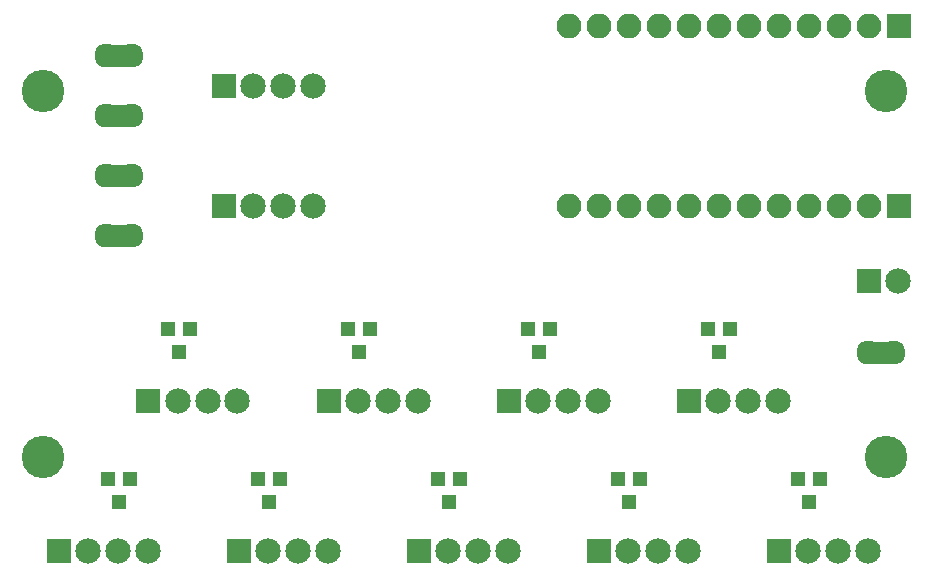
<source format=gbr>
G04 #@! TF.GenerationSoftware,KiCad,Pcbnew,(5.0.0)*
G04 #@! TF.CreationDate,2019-07-13T19:24:01-04:00*
G04 #@! TF.ProjectId,ProMicro-Breakout,50726F4D6963726F2D427265616B6F75,rev?*
G04 #@! TF.SameCoordinates,Original*
G04 #@! TF.FileFunction,Soldermask,Top*
G04 #@! TF.FilePolarity,Negative*
%FSLAX46Y46*%
G04 Gerber Fmt 4.6, Leading zero omitted, Abs format (unit mm)*
G04 Created by KiCad (PCBNEW (5.0.0)) date 07/13/19 19:24:01*
%MOMM*%
%LPD*%
G01*
G04 APERTURE LIST*
%ADD10C,0.500000*%
%ADD11C,0.100000*%
%ADD12R,1.400000X1.900000*%
%ADD13O,2.100000X2.100000*%
%ADD14R,2.100000X2.100000*%
%ADD15C,2.150000*%
%ADD16R,2.150000X2.150000*%
%ADD17C,3.600000*%
%ADD18R,1.200000X1.300000*%
G04 APERTURE END LIST*
D10*
G04 #@! TO.C,JP5*
X113000000Y-110490000D03*
D11*
G36*
X113589018Y-109543843D02*
X113626537Y-109555224D01*
X113661114Y-109573706D01*
X113691421Y-109598579D01*
X113716294Y-109628886D01*
X113734776Y-109663463D01*
X113746157Y-109700982D01*
X113750000Y-109740000D01*
X113750000Y-111240000D01*
X113746157Y-111279018D01*
X113734776Y-111316537D01*
X113716294Y-111351114D01*
X113691421Y-111381421D01*
X113661114Y-111406294D01*
X113626537Y-111424776D01*
X113589018Y-111436157D01*
X113550000Y-111440000D01*
X113000000Y-111440000D01*
X112993888Y-111439398D01*
X112975466Y-111439398D01*
X112955860Y-111438435D01*
X112907029Y-111433625D01*
X112887620Y-111430746D01*
X112839495Y-111421174D01*
X112820452Y-111416404D01*
X112773497Y-111402160D01*
X112755020Y-111395549D01*
X112709687Y-111376772D01*
X112691939Y-111368377D01*
X112648666Y-111345246D01*
X112631838Y-111335160D01*
X112591039Y-111307900D01*
X112575270Y-111296205D01*
X112537341Y-111265077D01*
X112522800Y-111251897D01*
X112488103Y-111217200D01*
X112474923Y-111202659D01*
X112443795Y-111164730D01*
X112432100Y-111148961D01*
X112404840Y-111108162D01*
X112394754Y-111091334D01*
X112371623Y-111048061D01*
X112363228Y-111030313D01*
X112344451Y-110984980D01*
X112337840Y-110966503D01*
X112323596Y-110919548D01*
X112318826Y-110900505D01*
X112309254Y-110852380D01*
X112306375Y-110832971D01*
X112301565Y-110784140D01*
X112300602Y-110764534D01*
X112300602Y-110746112D01*
X112300000Y-110740000D01*
X112300000Y-110240000D01*
X112300602Y-110233888D01*
X112300602Y-110215466D01*
X112301565Y-110195860D01*
X112306375Y-110147029D01*
X112309254Y-110127620D01*
X112318826Y-110079495D01*
X112323596Y-110060452D01*
X112337840Y-110013497D01*
X112344451Y-109995020D01*
X112363228Y-109949687D01*
X112371623Y-109931939D01*
X112394754Y-109888666D01*
X112404840Y-109871838D01*
X112432100Y-109831039D01*
X112443795Y-109815270D01*
X112474923Y-109777341D01*
X112488103Y-109762800D01*
X112522800Y-109728103D01*
X112537341Y-109714923D01*
X112575270Y-109683795D01*
X112591039Y-109672100D01*
X112631838Y-109644840D01*
X112648666Y-109634754D01*
X112691939Y-109611623D01*
X112709687Y-109603228D01*
X112755020Y-109584451D01*
X112773497Y-109577840D01*
X112820452Y-109563596D01*
X112839495Y-109558826D01*
X112887620Y-109549254D01*
X112907029Y-109546375D01*
X112955860Y-109541565D01*
X112975466Y-109540602D01*
X112993888Y-109540602D01*
X113000000Y-109540000D01*
X113550000Y-109540000D01*
X113589018Y-109543843D01*
X113589018Y-109543843D01*
G37*
D10*
X115600000Y-110490000D03*
D11*
G36*
X115606112Y-109540602D02*
X115624534Y-109540602D01*
X115644140Y-109541565D01*
X115692971Y-109546375D01*
X115712380Y-109549254D01*
X115760505Y-109558826D01*
X115779548Y-109563596D01*
X115826503Y-109577840D01*
X115844980Y-109584451D01*
X115890313Y-109603228D01*
X115908061Y-109611623D01*
X115951334Y-109634754D01*
X115968162Y-109644840D01*
X116008961Y-109672100D01*
X116024730Y-109683795D01*
X116062659Y-109714923D01*
X116077200Y-109728103D01*
X116111897Y-109762800D01*
X116125077Y-109777341D01*
X116156205Y-109815270D01*
X116167900Y-109831039D01*
X116195160Y-109871838D01*
X116205246Y-109888666D01*
X116228377Y-109931939D01*
X116236772Y-109949687D01*
X116255549Y-109995020D01*
X116262160Y-110013497D01*
X116276404Y-110060452D01*
X116281174Y-110079495D01*
X116290746Y-110127620D01*
X116293625Y-110147029D01*
X116298435Y-110195860D01*
X116299398Y-110215466D01*
X116299398Y-110233888D01*
X116300000Y-110240000D01*
X116300000Y-110740000D01*
X116299398Y-110746112D01*
X116299398Y-110764534D01*
X116298435Y-110784140D01*
X116293625Y-110832971D01*
X116290746Y-110852380D01*
X116281174Y-110900505D01*
X116276404Y-110919548D01*
X116262160Y-110966503D01*
X116255549Y-110984980D01*
X116236772Y-111030313D01*
X116228377Y-111048061D01*
X116205246Y-111091334D01*
X116195160Y-111108162D01*
X116167900Y-111148961D01*
X116156205Y-111164730D01*
X116125077Y-111202659D01*
X116111897Y-111217200D01*
X116077200Y-111251897D01*
X116062659Y-111265077D01*
X116024730Y-111296205D01*
X116008961Y-111307900D01*
X115968162Y-111335160D01*
X115951334Y-111345246D01*
X115908061Y-111368377D01*
X115890313Y-111376772D01*
X115844980Y-111395549D01*
X115826503Y-111402160D01*
X115779548Y-111416404D01*
X115760505Y-111421174D01*
X115712380Y-111430746D01*
X115692971Y-111433625D01*
X115644140Y-111438435D01*
X115624534Y-111439398D01*
X115606112Y-111439398D01*
X115600000Y-111440000D01*
X115050000Y-111440000D01*
X115010982Y-111436157D01*
X114973463Y-111424776D01*
X114938886Y-111406294D01*
X114908579Y-111381421D01*
X114883706Y-111351114D01*
X114865224Y-111316537D01*
X114853843Y-111279018D01*
X114850000Y-111240000D01*
X114850000Y-109740000D01*
X114853843Y-109700982D01*
X114865224Y-109663463D01*
X114883706Y-109628886D01*
X114908579Y-109598579D01*
X114938886Y-109573706D01*
X114973463Y-109555224D01*
X115010982Y-109543843D01*
X115050000Y-109540000D01*
X115600000Y-109540000D01*
X115606112Y-109540602D01*
X115606112Y-109540602D01*
G37*
D12*
X114300000Y-110490000D03*
G04 #@! TD*
D13*
G04 #@! TO.C,J7*
X152400000Y-92710000D03*
X154940000Y-92710000D03*
X157480000Y-92710000D03*
X160020000Y-92710000D03*
X162560000Y-92710000D03*
X165100000Y-92710000D03*
X167640000Y-92710000D03*
X170180000Y-92710000D03*
X172720000Y-92710000D03*
X175260000Y-92710000D03*
X177800000Y-92710000D03*
D14*
X180340000Y-92710000D03*
G04 #@! TD*
G04 #@! TO.C,J10*
X180340000Y-107950000D03*
D13*
X177800000Y-107950000D03*
X175260000Y-107950000D03*
X172720000Y-107950000D03*
X170180000Y-107950000D03*
X167640000Y-107950000D03*
X165100000Y-107950000D03*
X162560000Y-107950000D03*
X160020000Y-107950000D03*
X157480000Y-107950000D03*
X154940000Y-107950000D03*
X152400000Y-107950000D03*
G04 #@! TD*
D15*
G04 #@! TO.C,J13*
X180300000Y-114300000D03*
D16*
X177800000Y-114300000D03*
G04 #@! TD*
D15*
G04 #@! TO.C,J8*
X147200000Y-137160000D03*
X144700000Y-137160000D03*
X142200000Y-137160000D03*
D16*
X139700000Y-137160000D03*
G04 #@! TD*
D15*
G04 #@! TO.C,J2*
X130690000Y-107950000D03*
X128190000Y-107950000D03*
X125690000Y-107950000D03*
D16*
X123190000Y-107950000D03*
G04 #@! TD*
D15*
G04 #@! TO.C,J3*
X177680000Y-137160000D03*
X175180000Y-137160000D03*
X172680000Y-137160000D03*
D16*
X170180000Y-137160000D03*
G04 #@! TD*
G04 #@! TO.C,J4*
X162560000Y-124460000D03*
D15*
X165060000Y-124460000D03*
X167560000Y-124460000D03*
X170060000Y-124460000D03*
G04 #@! TD*
G04 #@! TO.C,J5*
X162440000Y-137160000D03*
X159940000Y-137160000D03*
X157440000Y-137160000D03*
D16*
X154940000Y-137160000D03*
G04 #@! TD*
G04 #@! TO.C,J9*
X132080000Y-124460000D03*
D15*
X134580000Y-124460000D03*
X137080000Y-124460000D03*
X139580000Y-124460000D03*
G04 #@! TD*
G04 #@! TO.C,J11*
X131960000Y-137160000D03*
X129460000Y-137160000D03*
X126960000Y-137160000D03*
D16*
X124460000Y-137160000D03*
G04 #@! TD*
G04 #@! TO.C,J12*
X116800000Y-124460000D03*
D15*
X119300000Y-124460000D03*
X121800000Y-124460000D03*
X124300000Y-124460000D03*
G04 #@! TD*
G04 #@! TO.C,J14*
X116720000Y-137160000D03*
X114220000Y-137160000D03*
X111720000Y-137160000D03*
D16*
X109220000Y-137160000D03*
G04 #@! TD*
G04 #@! TO.C,J1*
X123190000Y-97790000D03*
D15*
X125690000Y-97790000D03*
X128190000Y-97790000D03*
X130690000Y-97790000D03*
G04 #@! TD*
G04 #@! TO.C,J6*
X154820000Y-124460000D03*
X152320000Y-124460000D03*
X149820000Y-124460000D03*
D16*
X147320000Y-124460000D03*
G04 #@! TD*
D12*
G04 #@! TO.C,JP2*
X114300000Y-95250000D03*
D10*
X115600000Y-95250000D03*
D11*
G36*
X115606112Y-94300602D02*
X115624534Y-94300602D01*
X115644140Y-94301565D01*
X115692971Y-94306375D01*
X115712380Y-94309254D01*
X115760505Y-94318826D01*
X115779548Y-94323596D01*
X115826503Y-94337840D01*
X115844980Y-94344451D01*
X115890313Y-94363228D01*
X115908061Y-94371623D01*
X115951334Y-94394754D01*
X115968162Y-94404840D01*
X116008961Y-94432100D01*
X116024730Y-94443795D01*
X116062659Y-94474923D01*
X116077200Y-94488103D01*
X116111897Y-94522800D01*
X116125077Y-94537341D01*
X116156205Y-94575270D01*
X116167900Y-94591039D01*
X116195160Y-94631838D01*
X116205246Y-94648666D01*
X116228377Y-94691939D01*
X116236772Y-94709687D01*
X116255549Y-94755020D01*
X116262160Y-94773497D01*
X116276404Y-94820452D01*
X116281174Y-94839495D01*
X116290746Y-94887620D01*
X116293625Y-94907029D01*
X116298435Y-94955860D01*
X116299398Y-94975466D01*
X116299398Y-94993888D01*
X116300000Y-95000000D01*
X116300000Y-95500000D01*
X116299398Y-95506112D01*
X116299398Y-95524534D01*
X116298435Y-95544140D01*
X116293625Y-95592971D01*
X116290746Y-95612380D01*
X116281174Y-95660505D01*
X116276404Y-95679548D01*
X116262160Y-95726503D01*
X116255549Y-95744980D01*
X116236772Y-95790313D01*
X116228377Y-95808061D01*
X116205246Y-95851334D01*
X116195160Y-95868162D01*
X116167900Y-95908961D01*
X116156205Y-95924730D01*
X116125077Y-95962659D01*
X116111897Y-95977200D01*
X116077200Y-96011897D01*
X116062659Y-96025077D01*
X116024730Y-96056205D01*
X116008961Y-96067900D01*
X115968162Y-96095160D01*
X115951334Y-96105246D01*
X115908061Y-96128377D01*
X115890313Y-96136772D01*
X115844980Y-96155549D01*
X115826503Y-96162160D01*
X115779548Y-96176404D01*
X115760505Y-96181174D01*
X115712380Y-96190746D01*
X115692971Y-96193625D01*
X115644140Y-96198435D01*
X115624534Y-96199398D01*
X115606112Y-96199398D01*
X115600000Y-96200000D01*
X115050000Y-96200000D01*
X115010982Y-96196157D01*
X114973463Y-96184776D01*
X114938886Y-96166294D01*
X114908579Y-96141421D01*
X114883706Y-96111114D01*
X114865224Y-96076537D01*
X114853843Y-96039018D01*
X114850000Y-96000000D01*
X114850000Y-94500000D01*
X114853843Y-94460982D01*
X114865224Y-94423463D01*
X114883706Y-94388886D01*
X114908579Y-94358579D01*
X114938886Y-94333706D01*
X114973463Y-94315224D01*
X115010982Y-94303843D01*
X115050000Y-94300000D01*
X115600000Y-94300000D01*
X115606112Y-94300602D01*
X115606112Y-94300602D01*
G37*
D10*
X113000000Y-95250000D03*
D11*
G36*
X113589018Y-94303843D02*
X113626537Y-94315224D01*
X113661114Y-94333706D01*
X113691421Y-94358579D01*
X113716294Y-94388886D01*
X113734776Y-94423463D01*
X113746157Y-94460982D01*
X113750000Y-94500000D01*
X113750000Y-96000000D01*
X113746157Y-96039018D01*
X113734776Y-96076537D01*
X113716294Y-96111114D01*
X113691421Y-96141421D01*
X113661114Y-96166294D01*
X113626537Y-96184776D01*
X113589018Y-96196157D01*
X113550000Y-96200000D01*
X113000000Y-96200000D01*
X112993888Y-96199398D01*
X112975466Y-96199398D01*
X112955860Y-96198435D01*
X112907029Y-96193625D01*
X112887620Y-96190746D01*
X112839495Y-96181174D01*
X112820452Y-96176404D01*
X112773497Y-96162160D01*
X112755020Y-96155549D01*
X112709687Y-96136772D01*
X112691939Y-96128377D01*
X112648666Y-96105246D01*
X112631838Y-96095160D01*
X112591039Y-96067900D01*
X112575270Y-96056205D01*
X112537341Y-96025077D01*
X112522800Y-96011897D01*
X112488103Y-95977200D01*
X112474923Y-95962659D01*
X112443795Y-95924730D01*
X112432100Y-95908961D01*
X112404840Y-95868162D01*
X112394754Y-95851334D01*
X112371623Y-95808061D01*
X112363228Y-95790313D01*
X112344451Y-95744980D01*
X112337840Y-95726503D01*
X112323596Y-95679548D01*
X112318826Y-95660505D01*
X112309254Y-95612380D01*
X112306375Y-95592971D01*
X112301565Y-95544140D01*
X112300602Y-95524534D01*
X112300602Y-95506112D01*
X112300000Y-95500000D01*
X112300000Y-95000000D01*
X112300602Y-94993888D01*
X112300602Y-94975466D01*
X112301565Y-94955860D01*
X112306375Y-94907029D01*
X112309254Y-94887620D01*
X112318826Y-94839495D01*
X112323596Y-94820452D01*
X112337840Y-94773497D01*
X112344451Y-94755020D01*
X112363228Y-94709687D01*
X112371623Y-94691939D01*
X112394754Y-94648666D01*
X112404840Y-94631838D01*
X112432100Y-94591039D01*
X112443795Y-94575270D01*
X112474923Y-94537341D01*
X112488103Y-94522800D01*
X112522800Y-94488103D01*
X112537341Y-94474923D01*
X112575270Y-94443795D01*
X112591039Y-94432100D01*
X112631838Y-94404840D01*
X112648666Y-94394754D01*
X112691939Y-94371623D01*
X112709687Y-94363228D01*
X112755020Y-94344451D01*
X112773497Y-94337840D01*
X112820452Y-94323596D01*
X112839495Y-94318826D01*
X112887620Y-94309254D01*
X112907029Y-94306375D01*
X112955860Y-94301565D01*
X112975466Y-94300602D01*
X112993888Y-94300602D01*
X113000000Y-94300000D01*
X113550000Y-94300000D01*
X113589018Y-94303843D01*
X113589018Y-94303843D01*
G37*
G04 #@! TD*
D10*
G04 #@! TO.C,JP1*
X180116000Y-120396000D03*
D11*
G36*
X179526982Y-121342157D02*
X179489463Y-121330776D01*
X179454886Y-121312294D01*
X179424579Y-121287421D01*
X179399706Y-121257114D01*
X179381224Y-121222537D01*
X179369843Y-121185018D01*
X179366000Y-121146000D01*
X179366000Y-119646000D01*
X179369843Y-119606982D01*
X179381224Y-119569463D01*
X179399706Y-119534886D01*
X179424579Y-119504579D01*
X179454886Y-119479706D01*
X179489463Y-119461224D01*
X179526982Y-119449843D01*
X179566000Y-119446000D01*
X180116000Y-119446000D01*
X180122112Y-119446602D01*
X180140534Y-119446602D01*
X180160140Y-119447565D01*
X180208971Y-119452375D01*
X180228380Y-119455254D01*
X180276505Y-119464826D01*
X180295548Y-119469596D01*
X180342503Y-119483840D01*
X180360980Y-119490451D01*
X180406313Y-119509228D01*
X180424061Y-119517623D01*
X180467334Y-119540754D01*
X180484162Y-119550840D01*
X180524961Y-119578100D01*
X180540730Y-119589795D01*
X180578659Y-119620923D01*
X180593200Y-119634103D01*
X180627897Y-119668800D01*
X180641077Y-119683341D01*
X180672205Y-119721270D01*
X180683900Y-119737039D01*
X180711160Y-119777838D01*
X180721246Y-119794666D01*
X180744377Y-119837939D01*
X180752772Y-119855687D01*
X180771549Y-119901020D01*
X180778160Y-119919497D01*
X180792404Y-119966452D01*
X180797174Y-119985495D01*
X180806746Y-120033620D01*
X180809625Y-120053029D01*
X180814435Y-120101860D01*
X180815398Y-120121466D01*
X180815398Y-120139888D01*
X180816000Y-120146000D01*
X180816000Y-120646000D01*
X180815398Y-120652112D01*
X180815398Y-120670534D01*
X180814435Y-120690140D01*
X180809625Y-120738971D01*
X180806746Y-120758380D01*
X180797174Y-120806505D01*
X180792404Y-120825548D01*
X180778160Y-120872503D01*
X180771549Y-120890980D01*
X180752772Y-120936313D01*
X180744377Y-120954061D01*
X180721246Y-120997334D01*
X180711160Y-121014162D01*
X180683900Y-121054961D01*
X180672205Y-121070730D01*
X180641077Y-121108659D01*
X180627897Y-121123200D01*
X180593200Y-121157897D01*
X180578659Y-121171077D01*
X180540730Y-121202205D01*
X180524961Y-121213900D01*
X180484162Y-121241160D01*
X180467334Y-121251246D01*
X180424061Y-121274377D01*
X180406313Y-121282772D01*
X180360980Y-121301549D01*
X180342503Y-121308160D01*
X180295548Y-121322404D01*
X180276505Y-121327174D01*
X180228380Y-121336746D01*
X180208971Y-121339625D01*
X180160140Y-121344435D01*
X180140534Y-121345398D01*
X180122112Y-121345398D01*
X180116000Y-121346000D01*
X179566000Y-121346000D01*
X179526982Y-121342157D01*
X179526982Y-121342157D01*
G37*
D10*
X177516000Y-120396000D03*
D11*
G36*
X177509888Y-121345398D02*
X177491466Y-121345398D01*
X177471860Y-121344435D01*
X177423029Y-121339625D01*
X177403620Y-121336746D01*
X177355495Y-121327174D01*
X177336452Y-121322404D01*
X177289497Y-121308160D01*
X177271020Y-121301549D01*
X177225687Y-121282772D01*
X177207939Y-121274377D01*
X177164666Y-121251246D01*
X177147838Y-121241160D01*
X177107039Y-121213900D01*
X177091270Y-121202205D01*
X177053341Y-121171077D01*
X177038800Y-121157897D01*
X177004103Y-121123200D01*
X176990923Y-121108659D01*
X176959795Y-121070730D01*
X176948100Y-121054961D01*
X176920840Y-121014162D01*
X176910754Y-120997334D01*
X176887623Y-120954061D01*
X176879228Y-120936313D01*
X176860451Y-120890980D01*
X176853840Y-120872503D01*
X176839596Y-120825548D01*
X176834826Y-120806505D01*
X176825254Y-120758380D01*
X176822375Y-120738971D01*
X176817565Y-120690140D01*
X176816602Y-120670534D01*
X176816602Y-120652112D01*
X176816000Y-120646000D01*
X176816000Y-120146000D01*
X176816602Y-120139888D01*
X176816602Y-120121466D01*
X176817565Y-120101860D01*
X176822375Y-120053029D01*
X176825254Y-120033620D01*
X176834826Y-119985495D01*
X176839596Y-119966452D01*
X176853840Y-119919497D01*
X176860451Y-119901020D01*
X176879228Y-119855687D01*
X176887623Y-119837939D01*
X176910754Y-119794666D01*
X176920840Y-119777838D01*
X176948100Y-119737039D01*
X176959795Y-119721270D01*
X176990923Y-119683341D01*
X177004103Y-119668800D01*
X177038800Y-119634103D01*
X177053341Y-119620923D01*
X177091270Y-119589795D01*
X177107039Y-119578100D01*
X177147838Y-119550840D01*
X177164666Y-119540754D01*
X177207939Y-119517623D01*
X177225687Y-119509228D01*
X177271020Y-119490451D01*
X177289497Y-119483840D01*
X177336452Y-119469596D01*
X177355495Y-119464826D01*
X177403620Y-119455254D01*
X177423029Y-119452375D01*
X177471860Y-119447565D01*
X177491466Y-119446602D01*
X177509888Y-119446602D01*
X177516000Y-119446000D01*
X178066000Y-119446000D01*
X178105018Y-119449843D01*
X178142537Y-119461224D01*
X178177114Y-119479706D01*
X178207421Y-119504579D01*
X178232294Y-119534886D01*
X178250776Y-119569463D01*
X178262157Y-119606982D01*
X178266000Y-119646000D01*
X178266000Y-121146000D01*
X178262157Y-121185018D01*
X178250776Y-121222537D01*
X178232294Y-121257114D01*
X178207421Y-121287421D01*
X178177114Y-121312294D01*
X178142537Y-121330776D01*
X178105018Y-121342157D01*
X178066000Y-121346000D01*
X177516000Y-121346000D01*
X177509888Y-121345398D01*
X177509888Y-121345398D01*
G37*
D12*
X178816000Y-120396000D03*
G04 #@! TD*
G04 #@! TO.C,JP4*
X114300000Y-105410000D03*
D10*
X115600000Y-105410000D03*
D11*
G36*
X115606112Y-104460602D02*
X115624534Y-104460602D01*
X115644140Y-104461565D01*
X115692971Y-104466375D01*
X115712380Y-104469254D01*
X115760505Y-104478826D01*
X115779548Y-104483596D01*
X115826503Y-104497840D01*
X115844980Y-104504451D01*
X115890313Y-104523228D01*
X115908061Y-104531623D01*
X115951334Y-104554754D01*
X115968162Y-104564840D01*
X116008961Y-104592100D01*
X116024730Y-104603795D01*
X116062659Y-104634923D01*
X116077200Y-104648103D01*
X116111897Y-104682800D01*
X116125077Y-104697341D01*
X116156205Y-104735270D01*
X116167900Y-104751039D01*
X116195160Y-104791838D01*
X116205246Y-104808666D01*
X116228377Y-104851939D01*
X116236772Y-104869687D01*
X116255549Y-104915020D01*
X116262160Y-104933497D01*
X116276404Y-104980452D01*
X116281174Y-104999495D01*
X116290746Y-105047620D01*
X116293625Y-105067029D01*
X116298435Y-105115860D01*
X116299398Y-105135466D01*
X116299398Y-105153888D01*
X116300000Y-105160000D01*
X116300000Y-105660000D01*
X116299398Y-105666112D01*
X116299398Y-105684534D01*
X116298435Y-105704140D01*
X116293625Y-105752971D01*
X116290746Y-105772380D01*
X116281174Y-105820505D01*
X116276404Y-105839548D01*
X116262160Y-105886503D01*
X116255549Y-105904980D01*
X116236772Y-105950313D01*
X116228377Y-105968061D01*
X116205246Y-106011334D01*
X116195160Y-106028162D01*
X116167900Y-106068961D01*
X116156205Y-106084730D01*
X116125077Y-106122659D01*
X116111897Y-106137200D01*
X116077200Y-106171897D01*
X116062659Y-106185077D01*
X116024730Y-106216205D01*
X116008961Y-106227900D01*
X115968162Y-106255160D01*
X115951334Y-106265246D01*
X115908061Y-106288377D01*
X115890313Y-106296772D01*
X115844980Y-106315549D01*
X115826503Y-106322160D01*
X115779548Y-106336404D01*
X115760505Y-106341174D01*
X115712380Y-106350746D01*
X115692971Y-106353625D01*
X115644140Y-106358435D01*
X115624534Y-106359398D01*
X115606112Y-106359398D01*
X115600000Y-106360000D01*
X115050000Y-106360000D01*
X115010982Y-106356157D01*
X114973463Y-106344776D01*
X114938886Y-106326294D01*
X114908579Y-106301421D01*
X114883706Y-106271114D01*
X114865224Y-106236537D01*
X114853843Y-106199018D01*
X114850000Y-106160000D01*
X114850000Y-104660000D01*
X114853843Y-104620982D01*
X114865224Y-104583463D01*
X114883706Y-104548886D01*
X114908579Y-104518579D01*
X114938886Y-104493706D01*
X114973463Y-104475224D01*
X115010982Y-104463843D01*
X115050000Y-104460000D01*
X115600000Y-104460000D01*
X115606112Y-104460602D01*
X115606112Y-104460602D01*
G37*
D10*
X113000000Y-105410000D03*
D11*
G36*
X113589018Y-104463843D02*
X113626537Y-104475224D01*
X113661114Y-104493706D01*
X113691421Y-104518579D01*
X113716294Y-104548886D01*
X113734776Y-104583463D01*
X113746157Y-104620982D01*
X113750000Y-104660000D01*
X113750000Y-106160000D01*
X113746157Y-106199018D01*
X113734776Y-106236537D01*
X113716294Y-106271114D01*
X113691421Y-106301421D01*
X113661114Y-106326294D01*
X113626537Y-106344776D01*
X113589018Y-106356157D01*
X113550000Y-106360000D01*
X113000000Y-106360000D01*
X112993888Y-106359398D01*
X112975466Y-106359398D01*
X112955860Y-106358435D01*
X112907029Y-106353625D01*
X112887620Y-106350746D01*
X112839495Y-106341174D01*
X112820452Y-106336404D01*
X112773497Y-106322160D01*
X112755020Y-106315549D01*
X112709687Y-106296772D01*
X112691939Y-106288377D01*
X112648666Y-106265246D01*
X112631838Y-106255160D01*
X112591039Y-106227900D01*
X112575270Y-106216205D01*
X112537341Y-106185077D01*
X112522800Y-106171897D01*
X112488103Y-106137200D01*
X112474923Y-106122659D01*
X112443795Y-106084730D01*
X112432100Y-106068961D01*
X112404840Y-106028162D01*
X112394754Y-106011334D01*
X112371623Y-105968061D01*
X112363228Y-105950313D01*
X112344451Y-105904980D01*
X112337840Y-105886503D01*
X112323596Y-105839548D01*
X112318826Y-105820505D01*
X112309254Y-105772380D01*
X112306375Y-105752971D01*
X112301565Y-105704140D01*
X112300602Y-105684534D01*
X112300602Y-105666112D01*
X112300000Y-105660000D01*
X112300000Y-105160000D01*
X112300602Y-105153888D01*
X112300602Y-105135466D01*
X112301565Y-105115860D01*
X112306375Y-105067029D01*
X112309254Y-105047620D01*
X112318826Y-104999495D01*
X112323596Y-104980452D01*
X112337840Y-104933497D01*
X112344451Y-104915020D01*
X112363228Y-104869687D01*
X112371623Y-104851939D01*
X112394754Y-104808666D01*
X112404840Y-104791838D01*
X112432100Y-104751039D01*
X112443795Y-104735270D01*
X112474923Y-104697341D01*
X112488103Y-104682800D01*
X112522800Y-104648103D01*
X112537341Y-104634923D01*
X112575270Y-104603795D01*
X112591039Y-104592100D01*
X112631838Y-104564840D01*
X112648666Y-104554754D01*
X112691939Y-104531623D01*
X112709687Y-104523228D01*
X112755020Y-104504451D01*
X112773497Y-104497840D01*
X112820452Y-104483596D01*
X112839495Y-104478826D01*
X112887620Y-104469254D01*
X112907029Y-104466375D01*
X112955860Y-104461565D01*
X112975466Y-104460602D01*
X112993888Y-104460602D01*
X113000000Y-104460000D01*
X113550000Y-104460000D01*
X113589018Y-104463843D01*
X113589018Y-104463843D01*
G37*
G04 #@! TD*
D10*
G04 #@! TO.C,JP3*
X113000000Y-100330000D03*
D11*
G36*
X113589018Y-99383843D02*
X113626537Y-99395224D01*
X113661114Y-99413706D01*
X113691421Y-99438579D01*
X113716294Y-99468886D01*
X113734776Y-99503463D01*
X113746157Y-99540982D01*
X113750000Y-99580000D01*
X113750000Y-101080000D01*
X113746157Y-101119018D01*
X113734776Y-101156537D01*
X113716294Y-101191114D01*
X113691421Y-101221421D01*
X113661114Y-101246294D01*
X113626537Y-101264776D01*
X113589018Y-101276157D01*
X113550000Y-101280000D01*
X113000000Y-101280000D01*
X112993888Y-101279398D01*
X112975466Y-101279398D01*
X112955860Y-101278435D01*
X112907029Y-101273625D01*
X112887620Y-101270746D01*
X112839495Y-101261174D01*
X112820452Y-101256404D01*
X112773497Y-101242160D01*
X112755020Y-101235549D01*
X112709687Y-101216772D01*
X112691939Y-101208377D01*
X112648666Y-101185246D01*
X112631838Y-101175160D01*
X112591039Y-101147900D01*
X112575270Y-101136205D01*
X112537341Y-101105077D01*
X112522800Y-101091897D01*
X112488103Y-101057200D01*
X112474923Y-101042659D01*
X112443795Y-101004730D01*
X112432100Y-100988961D01*
X112404840Y-100948162D01*
X112394754Y-100931334D01*
X112371623Y-100888061D01*
X112363228Y-100870313D01*
X112344451Y-100824980D01*
X112337840Y-100806503D01*
X112323596Y-100759548D01*
X112318826Y-100740505D01*
X112309254Y-100692380D01*
X112306375Y-100672971D01*
X112301565Y-100624140D01*
X112300602Y-100604534D01*
X112300602Y-100586112D01*
X112300000Y-100580000D01*
X112300000Y-100080000D01*
X112300602Y-100073888D01*
X112300602Y-100055466D01*
X112301565Y-100035860D01*
X112306375Y-99987029D01*
X112309254Y-99967620D01*
X112318826Y-99919495D01*
X112323596Y-99900452D01*
X112337840Y-99853497D01*
X112344451Y-99835020D01*
X112363228Y-99789687D01*
X112371623Y-99771939D01*
X112394754Y-99728666D01*
X112404840Y-99711838D01*
X112432100Y-99671039D01*
X112443795Y-99655270D01*
X112474923Y-99617341D01*
X112488103Y-99602800D01*
X112522800Y-99568103D01*
X112537341Y-99554923D01*
X112575270Y-99523795D01*
X112591039Y-99512100D01*
X112631838Y-99484840D01*
X112648666Y-99474754D01*
X112691939Y-99451623D01*
X112709687Y-99443228D01*
X112755020Y-99424451D01*
X112773497Y-99417840D01*
X112820452Y-99403596D01*
X112839495Y-99398826D01*
X112887620Y-99389254D01*
X112907029Y-99386375D01*
X112955860Y-99381565D01*
X112975466Y-99380602D01*
X112993888Y-99380602D01*
X113000000Y-99380000D01*
X113550000Y-99380000D01*
X113589018Y-99383843D01*
X113589018Y-99383843D01*
G37*
D10*
X115600000Y-100330000D03*
D11*
G36*
X115606112Y-99380602D02*
X115624534Y-99380602D01*
X115644140Y-99381565D01*
X115692971Y-99386375D01*
X115712380Y-99389254D01*
X115760505Y-99398826D01*
X115779548Y-99403596D01*
X115826503Y-99417840D01*
X115844980Y-99424451D01*
X115890313Y-99443228D01*
X115908061Y-99451623D01*
X115951334Y-99474754D01*
X115968162Y-99484840D01*
X116008961Y-99512100D01*
X116024730Y-99523795D01*
X116062659Y-99554923D01*
X116077200Y-99568103D01*
X116111897Y-99602800D01*
X116125077Y-99617341D01*
X116156205Y-99655270D01*
X116167900Y-99671039D01*
X116195160Y-99711838D01*
X116205246Y-99728666D01*
X116228377Y-99771939D01*
X116236772Y-99789687D01*
X116255549Y-99835020D01*
X116262160Y-99853497D01*
X116276404Y-99900452D01*
X116281174Y-99919495D01*
X116290746Y-99967620D01*
X116293625Y-99987029D01*
X116298435Y-100035860D01*
X116299398Y-100055466D01*
X116299398Y-100073888D01*
X116300000Y-100080000D01*
X116300000Y-100580000D01*
X116299398Y-100586112D01*
X116299398Y-100604534D01*
X116298435Y-100624140D01*
X116293625Y-100672971D01*
X116290746Y-100692380D01*
X116281174Y-100740505D01*
X116276404Y-100759548D01*
X116262160Y-100806503D01*
X116255549Y-100824980D01*
X116236772Y-100870313D01*
X116228377Y-100888061D01*
X116205246Y-100931334D01*
X116195160Y-100948162D01*
X116167900Y-100988961D01*
X116156205Y-101004730D01*
X116125077Y-101042659D01*
X116111897Y-101057200D01*
X116077200Y-101091897D01*
X116062659Y-101105077D01*
X116024730Y-101136205D01*
X116008961Y-101147900D01*
X115968162Y-101175160D01*
X115951334Y-101185246D01*
X115908061Y-101208377D01*
X115890313Y-101216772D01*
X115844980Y-101235549D01*
X115826503Y-101242160D01*
X115779548Y-101256404D01*
X115760505Y-101261174D01*
X115712380Y-101270746D01*
X115692971Y-101273625D01*
X115644140Y-101278435D01*
X115624534Y-101279398D01*
X115606112Y-101279398D01*
X115600000Y-101280000D01*
X115050000Y-101280000D01*
X115010982Y-101276157D01*
X114973463Y-101264776D01*
X114938886Y-101246294D01*
X114908579Y-101221421D01*
X114883706Y-101191114D01*
X114865224Y-101156537D01*
X114853843Y-101119018D01*
X114850000Y-101080000D01*
X114850000Y-99580000D01*
X114853843Y-99540982D01*
X114865224Y-99503463D01*
X114883706Y-99468886D01*
X114908579Y-99438579D01*
X114938886Y-99413706D01*
X114973463Y-99395224D01*
X115010982Y-99383843D01*
X115050000Y-99380000D01*
X115600000Y-99380000D01*
X115606112Y-99380602D01*
X115606112Y-99380602D01*
G37*
D12*
X114300000Y-100330000D03*
G04 #@! TD*
D17*
G04 #@! TO.C,MH1*
X107912000Y-129260000D03*
G04 #@! TD*
G04 #@! TO.C,MH2*
X107912000Y-98260000D03*
G04 #@! TD*
G04 #@! TO.C,MH3*
X179212000Y-129260000D03*
G04 #@! TD*
G04 #@! TO.C,MH4*
X179212000Y-98260000D03*
G04 #@! TD*
D18*
G04 #@! TO.C,Q8*
X119380000Y-120380000D03*
X118430000Y-118380000D03*
X120330000Y-118380000D03*
G04 #@! TD*
G04 #@! TO.C,Q9*
X115250000Y-131080000D03*
X113350000Y-131080000D03*
X114300000Y-133080000D03*
G04 #@! TD*
G04 #@! TO.C,Q1*
X172720000Y-133080000D03*
X171770000Y-131080000D03*
X173670000Y-131080000D03*
G04 #@! TD*
G04 #@! TO.C,Q2*
X166050000Y-118380000D03*
X164150000Y-118380000D03*
X165100000Y-120380000D03*
G04 #@! TD*
G04 #@! TO.C,Q3*
X157480000Y-133080000D03*
X156530000Y-131080000D03*
X158430000Y-131080000D03*
G04 #@! TD*
G04 #@! TO.C,Q4*
X150810000Y-118380000D03*
X148910000Y-118380000D03*
X149860000Y-120380000D03*
G04 #@! TD*
G04 #@! TO.C,Q5*
X142240000Y-133080000D03*
X141290000Y-131080000D03*
X143190000Y-131080000D03*
G04 #@! TD*
G04 #@! TO.C,Q6*
X135570000Y-118380000D03*
X133670000Y-118380000D03*
X134620000Y-120380000D03*
G04 #@! TD*
G04 #@! TO.C,Q7*
X127000000Y-133080000D03*
X126050000Y-131080000D03*
X127950000Y-131080000D03*
G04 #@! TD*
M02*

</source>
